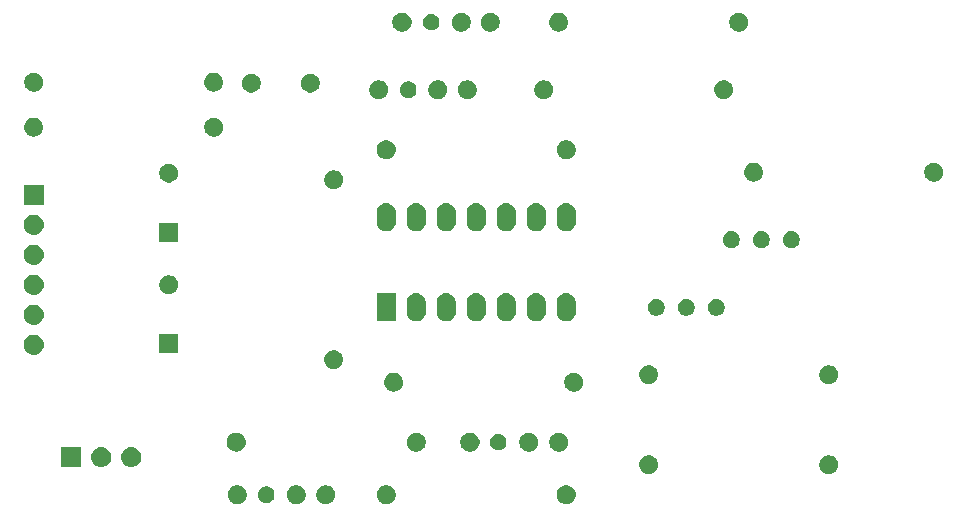
<source format=gbr>
G04 #@! TF.GenerationSoftware,KiCad,Pcbnew,(5.0.1)-4*
G04 #@! TF.CreationDate,2023-12-05T15:07:33+01:00*
G04 #@! TF.ProjectId,AetS_Spectrum_1way,416574535F537065637472756D5F3177,rev?*
G04 #@! TF.SameCoordinates,Original*
G04 #@! TF.FileFunction,Soldermask,Bot*
G04 #@! TF.FilePolarity,Negative*
%FSLAX46Y46*%
G04 Gerber Fmt 4.6, Leading zero omitted, Abs format (unit mm)*
G04 Created by KiCad (PCBNEW (5.0.1)-4) date 05/12/2023 15:07:33*
%MOMM*%
%LPD*%
G01*
G04 APERTURE LIST*
%ADD10C,0.100000*%
G04 APERTURE END LIST*
D10*
G36*
X186883352Y-76065743D02*
X187028941Y-76126048D01*
X187159973Y-76213601D01*
X187271399Y-76325027D01*
X187358952Y-76456059D01*
X187419257Y-76601648D01*
X187450000Y-76756205D01*
X187450000Y-76913795D01*
X187419257Y-77068352D01*
X187358952Y-77213941D01*
X187271399Y-77344973D01*
X187159973Y-77456399D01*
X187028941Y-77543952D01*
X186883352Y-77604257D01*
X186728795Y-77635000D01*
X186571205Y-77635000D01*
X186416648Y-77604257D01*
X186271059Y-77543952D01*
X186140027Y-77456399D01*
X186028601Y-77344973D01*
X185941048Y-77213941D01*
X185880743Y-77068352D01*
X185850000Y-76913795D01*
X185850000Y-76756205D01*
X185880743Y-76601648D01*
X185941048Y-76456059D01*
X186028601Y-76325027D01*
X186140027Y-76213601D01*
X186271059Y-76126048D01*
X186416648Y-76065743D01*
X186571205Y-76035000D01*
X186728795Y-76035000D01*
X186883352Y-76065743D01*
X186883352Y-76065743D01*
G37*
G36*
X192003352Y-76065743D02*
X192148941Y-76126048D01*
X192279973Y-76213601D01*
X192391399Y-76325027D01*
X192478952Y-76456059D01*
X192539257Y-76601648D01*
X192570000Y-76756205D01*
X192570000Y-76913795D01*
X192539257Y-77068352D01*
X192478952Y-77213941D01*
X192391399Y-77344973D01*
X192279973Y-77456399D01*
X192148941Y-77543952D01*
X192003352Y-77604257D01*
X191848795Y-77635000D01*
X191691205Y-77635000D01*
X191536648Y-77604257D01*
X191391059Y-77543952D01*
X191260027Y-77456399D01*
X191148601Y-77344973D01*
X191061048Y-77213941D01*
X191000743Y-77068352D01*
X190970000Y-76913795D01*
X190970000Y-76756205D01*
X191000743Y-76601648D01*
X191061048Y-76456059D01*
X191148601Y-76325027D01*
X191260027Y-76213601D01*
X191391059Y-76126048D01*
X191536648Y-76065743D01*
X191691205Y-76035000D01*
X191848795Y-76035000D01*
X192003352Y-76065743D01*
X192003352Y-76065743D01*
G37*
G36*
X207127649Y-76042717D02*
X207166827Y-76046576D01*
X207230012Y-76065743D01*
X207317629Y-76092321D01*
X207456608Y-76166608D01*
X207578422Y-76266578D01*
X207678392Y-76388392D01*
X207752679Y-76527371D01*
X207798424Y-76678174D01*
X207813870Y-76835000D01*
X207798424Y-76991826D01*
X207752679Y-77142629D01*
X207678392Y-77281608D01*
X207578422Y-77403422D01*
X207456608Y-77503392D01*
X207317629Y-77577679D01*
X207242228Y-77600551D01*
X207166827Y-77623424D01*
X207127649Y-77627283D01*
X207049295Y-77635000D01*
X206970705Y-77635000D01*
X206892351Y-77627283D01*
X206853173Y-77623424D01*
X206777772Y-77600551D01*
X206702371Y-77577679D01*
X206563392Y-77503392D01*
X206441578Y-77403422D01*
X206341608Y-77281608D01*
X206267321Y-77142629D01*
X206221576Y-76991826D01*
X206206130Y-76835000D01*
X206221576Y-76678174D01*
X206267321Y-76527371D01*
X206341608Y-76388392D01*
X206441578Y-76266578D01*
X206563392Y-76166608D01*
X206702371Y-76092321D01*
X206789988Y-76065743D01*
X206853173Y-76046576D01*
X206892351Y-76042717D01*
X206970705Y-76035000D01*
X207049295Y-76035000D01*
X207127649Y-76042717D01*
X207127649Y-76042717D01*
G37*
G36*
X184383352Y-76065743D02*
X184528941Y-76126048D01*
X184659973Y-76213601D01*
X184771399Y-76325027D01*
X184858952Y-76456059D01*
X184919257Y-76601648D01*
X184950000Y-76756205D01*
X184950000Y-76913795D01*
X184919257Y-77068352D01*
X184858952Y-77213941D01*
X184771399Y-77344973D01*
X184659973Y-77456399D01*
X184528941Y-77543952D01*
X184383352Y-77604257D01*
X184228795Y-77635000D01*
X184071205Y-77635000D01*
X183916648Y-77604257D01*
X183771059Y-77543952D01*
X183640027Y-77456399D01*
X183528601Y-77344973D01*
X183441048Y-77213941D01*
X183380743Y-77068352D01*
X183350000Y-76913795D01*
X183350000Y-76756205D01*
X183380743Y-76601648D01*
X183441048Y-76456059D01*
X183528601Y-76325027D01*
X183640027Y-76213601D01*
X183771059Y-76126048D01*
X183916648Y-76065743D01*
X184071205Y-76035000D01*
X184228795Y-76035000D01*
X184383352Y-76065743D01*
X184383352Y-76065743D01*
G37*
G36*
X179383352Y-76065743D02*
X179528941Y-76126048D01*
X179659973Y-76213601D01*
X179771399Y-76325027D01*
X179858952Y-76456059D01*
X179919257Y-76601648D01*
X179950000Y-76756205D01*
X179950000Y-76913795D01*
X179919257Y-77068352D01*
X179858952Y-77213941D01*
X179771399Y-77344973D01*
X179659973Y-77456399D01*
X179528941Y-77543952D01*
X179383352Y-77604257D01*
X179228795Y-77635000D01*
X179071205Y-77635000D01*
X178916648Y-77604257D01*
X178771059Y-77543952D01*
X178640027Y-77456399D01*
X178528601Y-77344973D01*
X178441048Y-77213941D01*
X178380743Y-77068352D01*
X178350000Y-76913795D01*
X178350000Y-76756205D01*
X178380743Y-76601648D01*
X178441048Y-76456059D01*
X178528601Y-76325027D01*
X178640027Y-76213601D01*
X178771059Y-76126048D01*
X178916648Y-76065743D01*
X179071205Y-76035000D01*
X179228795Y-76035000D01*
X179383352Y-76065743D01*
X179383352Y-76065743D01*
G37*
G36*
X181814183Y-76161900D02*
X181941574Y-76214668D01*
X182056225Y-76291275D01*
X182153725Y-76388775D01*
X182230332Y-76503426D01*
X182283100Y-76630817D01*
X182310000Y-76766055D01*
X182310000Y-76903945D01*
X182283100Y-77039183D01*
X182230332Y-77166574D01*
X182153725Y-77281225D01*
X182056225Y-77378725D01*
X181941574Y-77455332D01*
X181814183Y-77508100D01*
X181678945Y-77535000D01*
X181541055Y-77535000D01*
X181405817Y-77508100D01*
X181278426Y-77455332D01*
X181163775Y-77378725D01*
X181066275Y-77281225D01*
X180989668Y-77166574D01*
X180936900Y-77039183D01*
X180910000Y-76903945D01*
X180910000Y-76766055D01*
X180936900Y-76630817D01*
X180989668Y-76503426D01*
X181066275Y-76388775D01*
X181163775Y-76291275D01*
X181278426Y-76214668D01*
X181405817Y-76161900D01*
X181541055Y-76135000D01*
X181678945Y-76135000D01*
X181814183Y-76161900D01*
X181814183Y-76161900D01*
G37*
G36*
X214112649Y-73502717D02*
X214151827Y-73506576D01*
X214215012Y-73525743D01*
X214302629Y-73552321D01*
X214441608Y-73626608D01*
X214563422Y-73726578D01*
X214663392Y-73848392D01*
X214737679Y-73987371D01*
X214737679Y-73987372D01*
X214783424Y-74138173D01*
X214798870Y-74295000D01*
X214783424Y-74451827D01*
X214769508Y-74497701D01*
X214737679Y-74602629D01*
X214663392Y-74741608D01*
X214563422Y-74863422D01*
X214441608Y-74963392D01*
X214302629Y-75037679D01*
X214227227Y-75060552D01*
X214151827Y-75083424D01*
X214112649Y-75087283D01*
X214034295Y-75095000D01*
X213955705Y-75095000D01*
X213877351Y-75087283D01*
X213838173Y-75083424D01*
X213762773Y-75060552D01*
X213687371Y-75037679D01*
X213548392Y-74963392D01*
X213426578Y-74863422D01*
X213326608Y-74741608D01*
X213252321Y-74602629D01*
X213220492Y-74497701D01*
X213206576Y-74451827D01*
X213191130Y-74295000D01*
X213206576Y-74138173D01*
X213252321Y-73987372D01*
X213252321Y-73987371D01*
X213326608Y-73848392D01*
X213426578Y-73726578D01*
X213548392Y-73626608D01*
X213687371Y-73552321D01*
X213774988Y-73525743D01*
X213838173Y-73506576D01*
X213877351Y-73502717D01*
X213955705Y-73495000D01*
X214034295Y-73495000D01*
X214112649Y-73502717D01*
X214112649Y-73502717D01*
G37*
G36*
X229468352Y-73525743D02*
X229613941Y-73586048D01*
X229744973Y-73673601D01*
X229856399Y-73785027D01*
X229943952Y-73916059D01*
X230004257Y-74061648D01*
X230035000Y-74216205D01*
X230035000Y-74373795D01*
X230004257Y-74528352D01*
X229943952Y-74673941D01*
X229856399Y-74804973D01*
X229744973Y-74916399D01*
X229613941Y-75003952D01*
X229468352Y-75064257D01*
X229313795Y-75095000D01*
X229156205Y-75095000D01*
X229001648Y-75064257D01*
X228856059Y-75003952D01*
X228725027Y-74916399D01*
X228613601Y-74804973D01*
X228526048Y-74673941D01*
X228465743Y-74528352D01*
X228435000Y-74373795D01*
X228435000Y-74216205D01*
X228465743Y-74061648D01*
X228526048Y-73916059D01*
X228613601Y-73785027D01*
X228725027Y-73673601D01*
X228856059Y-73586048D01*
X229001648Y-73525743D01*
X229156205Y-73495000D01*
X229313795Y-73495000D01*
X229468352Y-73525743D01*
X229468352Y-73525743D01*
G37*
G36*
X170346630Y-72822299D02*
X170506855Y-72870903D01*
X170654520Y-72949831D01*
X170783949Y-73056051D01*
X170890169Y-73185480D01*
X170969097Y-73333145D01*
X171017701Y-73493370D01*
X171034112Y-73660000D01*
X171017701Y-73826630D01*
X170969097Y-73986855D01*
X170890169Y-74134520D01*
X170783949Y-74263949D01*
X170654520Y-74370169D01*
X170506855Y-74449097D01*
X170346630Y-74497701D01*
X170221752Y-74510000D01*
X170138248Y-74510000D01*
X170013370Y-74497701D01*
X169853145Y-74449097D01*
X169705480Y-74370169D01*
X169576051Y-74263949D01*
X169469831Y-74134520D01*
X169390903Y-73986855D01*
X169342299Y-73826630D01*
X169325888Y-73660000D01*
X169342299Y-73493370D01*
X169390903Y-73333145D01*
X169469831Y-73185480D01*
X169576051Y-73056051D01*
X169705480Y-72949831D01*
X169853145Y-72870903D01*
X170013370Y-72822299D01*
X170138248Y-72810000D01*
X170221752Y-72810000D01*
X170346630Y-72822299D01*
X170346630Y-72822299D01*
G37*
G36*
X165950000Y-74510000D02*
X164250000Y-74510000D01*
X164250000Y-72810000D01*
X165950000Y-72810000D01*
X165950000Y-74510000D01*
X165950000Y-74510000D01*
G37*
G36*
X167806630Y-72822299D02*
X167966855Y-72870903D01*
X168114520Y-72949831D01*
X168243949Y-73056051D01*
X168350169Y-73185480D01*
X168429097Y-73333145D01*
X168477701Y-73493370D01*
X168494112Y-73660000D01*
X168477701Y-73826630D01*
X168429097Y-73986855D01*
X168350169Y-74134520D01*
X168243949Y-74263949D01*
X168114520Y-74370169D01*
X167966855Y-74449097D01*
X167806630Y-74497701D01*
X167681752Y-74510000D01*
X167598248Y-74510000D01*
X167473370Y-74497701D01*
X167313145Y-74449097D01*
X167165480Y-74370169D01*
X167036051Y-74263949D01*
X166929831Y-74134520D01*
X166850903Y-73986855D01*
X166802299Y-73826630D01*
X166785888Y-73660000D01*
X166802299Y-73493370D01*
X166850903Y-73333145D01*
X166929831Y-73185480D01*
X167036051Y-73056051D01*
X167165480Y-72949831D01*
X167313145Y-72870903D01*
X167473370Y-72822299D01*
X167598248Y-72810000D01*
X167681752Y-72810000D01*
X167806630Y-72822299D01*
X167806630Y-72822299D01*
G37*
G36*
X206608352Y-71620743D02*
X206753941Y-71681048D01*
X206884973Y-71768601D01*
X206996399Y-71880027D01*
X207083952Y-72011059D01*
X207144257Y-72156648D01*
X207175000Y-72311205D01*
X207175000Y-72468795D01*
X207144257Y-72623352D01*
X207083952Y-72768941D01*
X206996399Y-72899973D01*
X206884973Y-73011399D01*
X206753941Y-73098952D01*
X206608352Y-73159257D01*
X206453795Y-73190000D01*
X206296205Y-73190000D01*
X206141648Y-73159257D01*
X205996059Y-73098952D01*
X205865027Y-73011399D01*
X205753601Y-72899973D01*
X205666048Y-72768941D01*
X205605743Y-72623352D01*
X205575000Y-72468795D01*
X205575000Y-72311205D01*
X205605743Y-72156648D01*
X205666048Y-72011059D01*
X205753601Y-71880027D01*
X205865027Y-71768601D01*
X205996059Y-71681048D01*
X206141648Y-71620743D01*
X206296205Y-71590000D01*
X206453795Y-71590000D01*
X206608352Y-71620743D01*
X206608352Y-71620743D01*
G37*
G36*
X204068352Y-71620743D02*
X204213941Y-71681048D01*
X204344973Y-71768601D01*
X204456399Y-71880027D01*
X204543952Y-72011059D01*
X204604257Y-72156648D01*
X204635000Y-72311205D01*
X204635000Y-72468795D01*
X204604257Y-72623352D01*
X204543952Y-72768941D01*
X204456399Y-72899973D01*
X204344973Y-73011399D01*
X204213941Y-73098952D01*
X204068352Y-73159257D01*
X203913795Y-73190000D01*
X203756205Y-73190000D01*
X203601648Y-73159257D01*
X203456059Y-73098952D01*
X203325027Y-73011399D01*
X203213601Y-72899973D01*
X203126048Y-72768941D01*
X203065743Y-72623352D01*
X203035000Y-72468795D01*
X203035000Y-72311205D01*
X203065743Y-72156648D01*
X203126048Y-72011059D01*
X203213601Y-71880027D01*
X203325027Y-71768601D01*
X203456059Y-71681048D01*
X203601648Y-71620743D01*
X203756205Y-71590000D01*
X203913795Y-71590000D01*
X204068352Y-71620743D01*
X204068352Y-71620743D01*
G37*
G36*
X199108352Y-71620743D02*
X199253941Y-71681048D01*
X199384973Y-71768601D01*
X199496399Y-71880027D01*
X199583952Y-72011059D01*
X199644257Y-72156648D01*
X199675000Y-72311205D01*
X199675000Y-72468795D01*
X199644257Y-72623352D01*
X199583952Y-72768941D01*
X199496399Y-72899973D01*
X199384973Y-73011399D01*
X199253941Y-73098952D01*
X199108352Y-73159257D01*
X198953795Y-73190000D01*
X198756205Y-73190000D01*
X198601648Y-73159257D01*
X198456059Y-73098952D01*
X198325027Y-73011399D01*
X198213601Y-72899973D01*
X198126048Y-72768941D01*
X198065743Y-72623352D01*
X198035000Y-72468795D01*
X198035000Y-72311205D01*
X198065743Y-72156648D01*
X198126048Y-72011059D01*
X198213601Y-71880027D01*
X198325027Y-71768601D01*
X198456059Y-71681048D01*
X198601648Y-71620743D01*
X198756205Y-71590000D01*
X198953795Y-71590000D01*
X199108352Y-71620743D01*
X199108352Y-71620743D01*
G37*
G36*
X179187649Y-71597717D02*
X179226827Y-71601576D01*
X179290012Y-71620743D01*
X179377629Y-71647321D01*
X179516608Y-71721608D01*
X179638422Y-71821578D01*
X179738392Y-71943392D01*
X179812679Y-72082371D01*
X179858424Y-72233174D01*
X179873870Y-72390000D01*
X179858424Y-72546826D01*
X179812679Y-72697629D01*
X179738392Y-72836608D01*
X179638422Y-72958422D01*
X179516608Y-73058392D01*
X179377629Y-73132679D01*
X179302228Y-73155551D01*
X179226827Y-73178424D01*
X179187649Y-73182283D01*
X179109295Y-73190000D01*
X179030705Y-73190000D01*
X178952351Y-73182283D01*
X178913173Y-73178424D01*
X178837772Y-73155551D01*
X178762371Y-73132679D01*
X178623392Y-73058392D01*
X178501578Y-72958422D01*
X178401608Y-72836608D01*
X178327321Y-72697629D01*
X178281576Y-72546826D01*
X178266130Y-72390000D01*
X178281576Y-72233174D01*
X178327321Y-72082371D01*
X178401608Y-71943392D01*
X178501578Y-71821578D01*
X178623392Y-71721608D01*
X178762371Y-71647321D01*
X178849988Y-71620743D01*
X178913173Y-71601576D01*
X178952351Y-71597717D01*
X179030705Y-71590000D01*
X179109295Y-71590000D01*
X179187649Y-71597717D01*
X179187649Y-71597717D01*
G37*
G36*
X194543352Y-71620743D02*
X194688941Y-71681048D01*
X194819973Y-71768601D01*
X194931399Y-71880027D01*
X195018952Y-72011059D01*
X195079257Y-72156648D01*
X195110000Y-72311205D01*
X195110000Y-72468795D01*
X195079257Y-72623352D01*
X195018952Y-72768941D01*
X194931399Y-72899973D01*
X194819973Y-73011399D01*
X194688941Y-73098952D01*
X194543352Y-73159257D01*
X194388795Y-73190000D01*
X194231205Y-73190000D01*
X194076648Y-73159257D01*
X193931059Y-73098952D01*
X193800027Y-73011399D01*
X193688601Y-72899973D01*
X193601048Y-72768941D01*
X193540743Y-72623352D01*
X193510000Y-72468795D01*
X193510000Y-72311205D01*
X193540743Y-72156648D01*
X193601048Y-72011059D01*
X193688601Y-71880027D01*
X193800027Y-71768601D01*
X193931059Y-71681048D01*
X194076648Y-71620743D01*
X194231205Y-71590000D01*
X194388795Y-71590000D01*
X194543352Y-71620743D01*
X194543352Y-71620743D01*
G37*
G36*
X201459183Y-71716900D02*
X201586574Y-71769668D01*
X201701225Y-71846275D01*
X201798725Y-71943775D01*
X201875332Y-72058426D01*
X201928100Y-72185817D01*
X201955000Y-72321055D01*
X201955000Y-72458945D01*
X201928100Y-72594183D01*
X201875332Y-72721574D01*
X201808030Y-72822300D01*
X201798725Y-72836225D01*
X201701225Y-72933725D01*
X201586574Y-73010332D01*
X201459183Y-73063100D01*
X201323945Y-73090000D01*
X201186055Y-73090000D01*
X201050817Y-73063100D01*
X200923426Y-73010332D01*
X200808775Y-72933725D01*
X200711275Y-72836225D01*
X200701971Y-72822300D01*
X200634668Y-72721574D01*
X200581900Y-72594183D01*
X200555000Y-72458945D01*
X200555000Y-72321055D01*
X200581900Y-72185817D01*
X200634668Y-72058426D01*
X200711275Y-71943775D01*
X200808775Y-71846275D01*
X200923426Y-71769668D01*
X201050817Y-71716900D01*
X201186055Y-71690000D01*
X201323945Y-71690000D01*
X201459183Y-71716900D01*
X201459183Y-71716900D01*
G37*
G36*
X207878352Y-66540743D02*
X208023941Y-66601048D01*
X208154973Y-66688601D01*
X208266399Y-66800027D01*
X208353952Y-66931059D01*
X208414257Y-67076648D01*
X208445000Y-67231205D01*
X208445000Y-67388795D01*
X208414257Y-67543352D01*
X208353952Y-67688941D01*
X208266399Y-67819973D01*
X208154973Y-67931399D01*
X208023941Y-68018952D01*
X207878352Y-68079257D01*
X207723795Y-68110000D01*
X207566205Y-68110000D01*
X207411648Y-68079257D01*
X207266059Y-68018952D01*
X207135027Y-67931399D01*
X207023601Y-67819973D01*
X206936048Y-67688941D01*
X206875743Y-67543352D01*
X206845000Y-67388795D01*
X206845000Y-67231205D01*
X206875743Y-67076648D01*
X206936048Y-66931059D01*
X207023601Y-66800027D01*
X207135027Y-66688601D01*
X207266059Y-66601048D01*
X207411648Y-66540743D01*
X207566205Y-66510000D01*
X207723795Y-66510000D01*
X207878352Y-66540743D01*
X207878352Y-66540743D01*
G37*
G36*
X192522649Y-66517717D02*
X192561827Y-66521576D01*
X192625012Y-66540743D01*
X192712629Y-66567321D01*
X192851608Y-66641608D01*
X192973422Y-66741578D01*
X193073392Y-66863392D01*
X193147679Y-67002371D01*
X193147679Y-67002372D01*
X193193424Y-67153173D01*
X193208870Y-67310000D01*
X193193424Y-67466827D01*
X193170552Y-67542227D01*
X193147679Y-67617629D01*
X193073392Y-67756608D01*
X192973422Y-67878422D01*
X192851608Y-67978392D01*
X192712629Y-68052679D01*
X192637227Y-68075552D01*
X192561827Y-68098424D01*
X192522649Y-68102283D01*
X192444295Y-68110000D01*
X192365705Y-68110000D01*
X192287351Y-68102283D01*
X192248173Y-68098424D01*
X192172773Y-68075552D01*
X192097371Y-68052679D01*
X191958392Y-67978392D01*
X191836578Y-67878422D01*
X191736608Y-67756608D01*
X191662321Y-67617629D01*
X191639448Y-67542227D01*
X191616576Y-67466827D01*
X191601130Y-67310000D01*
X191616576Y-67153173D01*
X191662321Y-67002372D01*
X191662321Y-67002371D01*
X191736608Y-66863392D01*
X191836578Y-66741578D01*
X191958392Y-66641608D01*
X192097371Y-66567321D01*
X192184988Y-66540743D01*
X192248173Y-66521576D01*
X192287351Y-66517717D01*
X192365705Y-66510000D01*
X192444295Y-66510000D01*
X192522649Y-66517717D01*
X192522649Y-66517717D01*
G37*
G36*
X214112649Y-65882717D02*
X214151827Y-65886576D01*
X214215012Y-65905743D01*
X214302629Y-65932321D01*
X214441608Y-66006608D01*
X214563422Y-66106578D01*
X214663392Y-66228392D01*
X214737679Y-66367371D01*
X214737679Y-66367372D01*
X214783424Y-66518173D01*
X214795581Y-66641607D01*
X214798870Y-66675000D01*
X214783424Y-66831826D01*
X214737679Y-66982629D01*
X214663392Y-67121608D01*
X214563422Y-67243422D01*
X214441608Y-67343392D01*
X214302629Y-67417679D01*
X214227228Y-67440551D01*
X214151827Y-67463424D01*
X214117286Y-67466826D01*
X214034295Y-67475000D01*
X213955705Y-67475000D01*
X213872714Y-67466826D01*
X213838173Y-67463424D01*
X213762773Y-67440552D01*
X213687371Y-67417679D01*
X213548392Y-67343392D01*
X213426578Y-67243422D01*
X213326608Y-67121608D01*
X213252321Y-66982629D01*
X213206576Y-66831826D01*
X213191130Y-66675000D01*
X213194419Y-66641607D01*
X213206576Y-66518173D01*
X213252321Y-66367372D01*
X213252321Y-66367371D01*
X213326608Y-66228392D01*
X213426578Y-66106578D01*
X213548392Y-66006608D01*
X213687371Y-65932321D01*
X213774988Y-65905743D01*
X213838173Y-65886576D01*
X213877351Y-65882717D01*
X213955705Y-65875000D01*
X214034295Y-65875000D01*
X214112649Y-65882717D01*
X214112649Y-65882717D01*
G37*
G36*
X229468352Y-65905743D02*
X229613941Y-65966048D01*
X229744973Y-66053601D01*
X229856399Y-66165027D01*
X229943952Y-66296059D01*
X230004257Y-66441648D01*
X230035000Y-66596205D01*
X230035000Y-66753795D01*
X230004257Y-66908352D01*
X229943952Y-67053941D01*
X229856399Y-67184973D01*
X229744973Y-67296399D01*
X229613941Y-67383952D01*
X229468352Y-67444257D01*
X229313795Y-67475000D01*
X229156205Y-67475000D01*
X229001648Y-67444257D01*
X228856059Y-67383952D01*
X228725027Y-67296399D01*
X228613601Y-67184973D01*
X228526048Y-67053941D01*
X228465743Y-66908352D01*
X228435000Y-66753795D01*
X228435000Y-66596205D01*
X228465743Y-66441648D01*
X228526048Y-66296059D01*
X228613601Y-66165027D01*
X228725027Y-66053601D01*
X228856059Y-65966048D01*
X229001648Y-65905743D01*
X229156205Y-65875000D01*
X229313795Y-65875000D01*
X229468352Y-65905743D01*
X229468352Y-65905743D01*
G37*
G36*
X187442649Y-64612717D02*
X187481827Y-64616576D01*
X187557227Y-64639448D01*
X187632629Y-64662321D01*
X187771608Y-64736608D01*
X187893422Y-64836578D01*
X187993392Y-64958392D01*
X188067679Y-65097371D01*
X188113424Y-65248174D01*
X188128870Y-65405000D01*
X188113424Y-65561826D01*
X188067679Y-65712629D01*
X187993392Y-65851608D01*
X187893422Y-65973422D01*
X187771608Y-66073392D01*
X187632629Y-66147679D01*
X187557228Y-66170551D01*
X187481827Y-66193424D01*
X187442649Y-66197283D01*
X187364295Y-66205000D01*
X187285705Y-66205000D01*
X187207351Y-66197283D01*
X187168173Y-66193424D01*
X187092773Y-66170552D01*
X187017371Y-66147679D01*
X186878392Y-66073392D01*
X186756578Y-65973422D01*
X186656608Y-65851608D01*
X186582321Y-65712629D01*
X186536576Y-65561826D01*
X186521130Y-65405000D01*
X186536576Y-65248174D01*
X186582321Y-65097371D01*
X186656608Y-64958392D01*
X186756578Y-64836578D01*
X186878392Y-64736608D01*
X187017371Y-64662321D01*
X187092773Y-64639448D01*
X187168173Y-64616576D01*
X187207351Y-64612717D01*
X187285705Y-64605000D01*
X187364295Y-64605000D01*
X187442649Y-64612717D01*
X187442649Y-64612717D01*
G37*
G36*
X162091630Y-63297299D02*
X162251855Y-63345903D01*
X162399520Y-63424831D01*
X162528949Y-63531051D01*
X162635169Y-63660480D01*
X162714097Y-63808145D01*
X162762701Y-63968370D01*
X162779112Y-64135000D01*
X162762701Y-64301630D01*
X162714097Y-64461855D01*
X162635169Y-64609520D01*
X162528949Y-64738949D01*
X162399520Y-64845169D01*
X162251855Y-64924097D01*
X162091630Y-64972701D01*
X161966752Y-64985000D01*
X161883248Y-64985000D01*
X161758370Y-64972701D01*
X161598145Y-64924097D01*
X161450480Y-64845169D01*
X161321051Y-64738949D01*
X161214831Y-64609520D01*
X161135903Y-64461855D01*
X161087299Y-64301630D01*
X161070888Y-64135000D01*
X161087299Y-63968370D01*
X161135903Y-63808145D01*
X161214831Y-63660480D01*
X161321051Y-63531051D01*
X161450480Y-63424831D01*
X161598145Y-63345903D01*
X161758370Y-63297299D01*
X161883248Y-63285000D01*
X161966752Y-63285000D01*
X162091630Y-63297299D01*
X162091630Y-63297299D01*
G37*
G36*
X174155000Y-64855000D02*
X172555000Y-64855000D01*
X172555000Y-63255000D01*
X174155000Y-63255000D01*
X174155000Y-64855000D01*
X174155000Y-64855000D01*
G37*
G36*
X162091630Y-60757299D02*
X162251855Y-60805903D01*
X162399520Y-60884831D01*
X162528949Y-60991051D01*
X162635169Y-61120480D01*
X162714097Y-61268145D01*
X162762701Y-61428370D01*
X162779112Y-61595000D01*
X162762701Y-61761630D01*
X162714097Y-61921855D01*
X162635169Y-62069520D01*
X162528949Y-62198949D01*
X162399520Y-62305169D01*
X162251855Y-62384097D01*
X162091630Y-62432701D01*
X161966752Y-62445000D01*
X161883248Y-62445000D01*
X161758370Y-62432701D01*
X161598145Y-62384097D01*
X161450480Y-62305169D01*
X161321051Y-62198949D01*
X161214831Y-62069520D01*
X161135903Y-61921855D01*
X161087299Y-61761630D01*
X161070888Y-61595000D01*
X161087299Y-61428370D01*
X161135903Y-61268145D01*
X161214831Y-61120480D01*
X161321051Y-60991051D01*
X161450480Y-60884831D01*
X161598145Y-60805903D01*
X161758370Y-60757299D01*
X161883248Y-60745000D01*
X161966752Y-60745000D01*
X162091630Y-60757299D01*
X162091630Y-60757299D01*
G37*
G36*
X199546826Y-59771576D02*
X199622226Y-59794448D01*
X199697628Y-59817321D01*
X199836604Y-59891606D01*
X199836606Y-59891607D01*
X199836605Y-59891607D01*
X199958422Y-59991578D01*
X199958423Y-59991580D01*
X199958425Y-59991581D01*
X200058392Y-60113392D01*
X200132679Y-60252371D01*
X200153783Y-60321944D01*
X200178424Y-60403173D01*
X200190000Y-60520707D01*
X200190000Y-61399293D01*
X200178424Y-61516827D01*
X200155552Y-61592227D01*
X200132679Y-61667629D01*
X200058392Y-61806608D01*
X199958422Y-61928422D01*
X199836608Y-62028392D01*
X199697629Y-62102679D01*
X199622227Y-62125552D01*
X199546827Y-62148424D01*
X199390000Y-62163870D01*
X199233174Y-62148424D01*
X199157774Y-62125552D01*
X199082372Y-62102679D01*
X198943393Y-62028392D01*
X198821579Y-61928422D01*
X198721609Y-61806608D01*
X198647322Y-61667629D01*
X198624449Y-61592227D01*
X198601577Y-61516827D01*
X198590000Y-61399293D01*
X198590000Y-60520708D01*
X198591939Y-60501025D01*
X198601576Y-60403175D01*
X198601577Y-60403173D01*
X198647321Y-60252373D01*
X198647321Y-60252372D01*
X198721606Y-60113396D01*
X198821576Y-59991581D01*
X198821578Y-59991578D01*
X198821580Y-59991577D01*
X198821581Y-59991575D01*
X198943392Y-59891608D01*
X199082371Y-59817321D01*
X199157772Y-59794449D01*
X199233173Y-59771576D01*
X199390000Y-59756130D01*
X199546826Y-59771576D01*
X199546826Y-59771576D01*
G37*
G36*
X197006826Y-59771576D02*
X197082226Y-59794448D01*
X197157628Y-59817321D01*
X197296604Y-59891606D01*
X197296606Y-59891607D01*
X197296605Y-59891607D01*
X197418422Y-59991578D01*
X197418423Y-59991580D01*
X197418425Y-59991581D01*
X197518392Y-60113392D01*
X197592679Y-60252371D01*
X197613783Y-60321944D01*
X197638424Y-60403173D01*
X197650000Y-60520707D01*
X197650000Y-61399293D01*
X197638424Y-61516827D01*
X197615552Y-61592227D01*
X197592679Y-61667629D01*
X197518392Y-61806608D01*
X197418422Y-61928422D01*
X197296608Y-62028392D01*
X197157629Y-62102679D01*
X197082227Y-62125552D01*
X197006827Y-62148424D01*
X196850000Y-62163870D01*
X196693174Y-62148424D01*
X196617774Y-62125552D01*
X196542372Y-62102679D01*
X196403393Y-62028392D01*
X196281579Y-61928422D01*
X196181609Y-61806608D01*
X196107322Y-61667629D01*
X196084449Y-61592227D01*
X196061577Y-61516827D01*
X196050000Y-61399293D01*
X196050000Y-60520708D01*
X196051939Y-60501025D01*
X196061576Y-60403175D01*
X196061577Y-60403173D01*
X196107321Y-60252373D01*
X196107321Y-60252372D01*
X196181606Y-60113396D01*
X196281576Y-59991581D01*
X196281578Y-59991578D01*
X196281580Y-59991577D01*
X196281581Y-59991575D01*
X196403392Y-59891608D01*
X196542371Y-59817321D01*
X196617772Y-59794449D01*
X196693173Y-59771576D01*
X196850000Y-59756130D01*
X197006826Y-59771576D01*
X197006826Y-59771576D01*
G37*
G36*
X202086826Y-59771576D02*
X202162226Y-59794448D01*
X202237628Y-59817321D01*
X202376604Y-59891606D01*
X202376606Y-59891607D01*
X202376605Y-59891607D01*
X202498422Y-59991578D01*
X202498423Y-59991580D01*
X202498425Y-59991581D01*
X202598392Y-60113392D01*
X202672679Y-60252371D01*
X202693783Y-60321944D01*
X202718424Y-60403173D01*
X202730000Y-60520707D01*
X202730000Y-61399293D01*
X202718424Y-61516827D01*
X202695552Y-61592227D01*
X202672679Y-61667629D01*
X202598392Y-61806608D01*
X202498422Y-61928422D01*
X202376608Y-62028392D01*
X202237629Y-62102679D01*
X202162227Y-62125552D01*
X202086827Y-62148424D01*
X201930000Y-62163870D01*
X201773174Y-62148424D01*
X201697774Y-62125552D01*
X201622372Y-62102679D01*
X201483393Y-62028392D01*
X201361579Y-61928422D01*
X201261609Y-61806608D01*
X201187322Y-61667629D01*
X201164449Y-61592227D01*
X201141577Y-61516827D01*
X201130000Y-61399293D01*
X201130000Y-60520708D01*
X201131939Y-60501025D01*
X201141576Y-60403175D01*
X201141577Y-60403173D01*
X201187321Y-60252373D01*
X201187321Y-60252372D01*
X201261606Y-60113396D01*
X201361576Y-59991581D01*
X201361578Y-59991578D01*
X201361580Y-59991577D01*
X201361581Y-59991575D01*
X201483392Y-59891608D01*
X201622371Y-59817321D01*
X201697772Y-59794449D01*
X201773173Y-59771576D01*
X201930000Y-59756130D01*
X202086826Y-59771576D01*
X202086826Y-59771576D01*
G37*
G36*
X204626826Y-59771576D02*
X204702226Y-59794448D01*
X204777628Y-59817321D01*
X204916604Y-59891606D01*
X204916606Y-59891607D01*
X204916605Y-59891607D01*
X205038422Y-59991578D01*
X205038423Y-59991580D01*
X205038425Y-59991581D01*
X205138392Y-60113392D01*
X205212679Y-60252371D01*
X205233783Y-60321944D01*
X205258424Y-60403173D01*
X205270000Y-60520707D01*
X205270000Y-61399293D01*
X205258424Y-61516827D01*
X205235552Y-61592227D01*
X205212679Y-61667629D01*
X205138392Y-61806608D01*
X205038422Y-61928422D01*
X204916608Y-62028392D01*
X204777629Y-62102679D01*
X204702227Y-62125552D01*
X204626827Y-62148424D01*
X204470000Y-62163870D01*
X204313174Y-62148424D01*
X204237774Y-62125552D01*
X204162372Y-62102679D01*
X204023393Y-62028392D01*
X203901579Y-61928422D01*
X203801609Y-61806608D01*
X203727322Y-61667629D01*
X203704449Y-61592227D01*
X203681577Y-61516827D01*
X203670000Y-61399293D01*
X203670000Y-60520708D01*
X203671939Y-60501025D01*
X203681576Y-60403175D01*
X203681577Y-60403173D01*
X203727321Y-60252373D01*
X203727321Y-60252372D01*
X203801606Y-60113396D01*
X203901576Y-59991581D01*
X203901578Y-59991578D01*
X203901580Y-59991577D01*
X203901581Y-59991575D01*
X204023392Y-59891608D01*
X204162371Y-59817321D01*
X204237772Y-59794449D01*
X204313173Y-59771576D01*
X204470000Y-59756130D01*
X204626826Y-59771576D01*
X204626826Y-59771576D01*
G37*
G36*
X207166826Y-59771576D02*
X207242226Y-59794448D01*
X207317628Y-59817321D01*
X207456604Y-59891606D01*
X207456606Y-59891607D01*
X207456605Y-59891607D01*
X207578422Y-59991578D01*
X207578423Y-59991580D01*
X207578425Y-59991581D01*
X207678392Y-60113392D01*
X207752679Y-60252371D01*
X207773783Y-60321944D01*
X207798424Y-60403173D01*
X207810000Y-60520707D01*
X207810000Y-61399293D01*
X207798424Y-61516827D01*
X207775552Y-61592227D01*
X207752679Y-61667629D01*
X207678392Y-61806608D01*
X207578422Y-61928422D01*
X207456608Y-62028392D01*
X207317629Y-62102679D01*
X207242227Y-62125552D01*
X207166827Y-62148424D01*
X207010000Y-62163870D01*
X206853174Y-62148424D01*
X206777774Y-62125552D01*
X206702372Y-62102679D01*
X206563393Y-62028392D01*
X206441579Y-61928422D01*
X206341609Y-61806608D01*
X206267322Y-61667629D01*
X206244449Y-61592227D01*
X206221577Y-61516827D01*
X206210000Y-61399293D01*
X206210000Y-60520708D01*
X206211939Y-60501025D01*
X206221576Y-60403175D01*
X206221577Y-60403173D01*
X206267321Y-60252373D01*
X206267321Y-60252372D01*
X206341606Y-60113396D01*
X206441576Y-59991581D01*
X206441578Y-59991578D01*
X206441580Y-59991577D01*
X206441581Y-59991575D01*
X206563392Y-59891608D01*
X206702371Y-59817321D01*
X206777772Y-59794449D01*
X206853173Y-59771576D01*
X207010000Y-59756130D01*
X207166826Y-59771576D01*
X207166826Y-59771576D01*
G37*
G36*
X194466826Y-59771576D02*
X194542226Y-59794448D01*
X194617628Y-59817321D01*
X194756604Y-59891606D01*
X194756606Y-59891607D01*
X194756605Y-59891607D01*
X194878422Y-59991578D01*
X194878423Y-59991580D01*
X194878425Y-59991581D01*
X194978392Y-60113392D01*
X195052679Y-60252371D01*
X195073783Y-60321944D01*
X195098424Y-60403173D01*
X195110000Y-60520707D01*
X195110000Y-61399293D01*
X195098424Y-61516827D01*
X195075552Y-61592227D01*
X195052679Y-61667629D01*
X194978392Y-61806608D01*
X194878422Y-61928422D01*
X194756608Y-62028392D01*
X194617629Y-62102679D01*
X194542227Y-62125552D01*
X194466827Y-62148424D01*
X194310000Y-62163870D01*
X194153174Y-62148424D01*
X194077774Y-62125552D01*
X194002372Y-62102679D01*
X193863393Y-62028392D01*
X193741579Y-61928422D01*
X193641609Y-61806608D01*
X193567322Y-61667629D01*
X193544449Y-61592227D01*
X193521577Y-61516827D01*
X193510000Y-61399293D01*
X193510000Y-60520708D01*
X193511939Y-60501025D01*
X193521576Y-60403175D01*
X193521577Y-60403173D01*
X193567321Y-60252373D01*
X193567321Y-60252372D01*
X193641606Y-60113396D01*
X193741576Y-59991581D01*
X193741578Y-59991578D01*
X193741580Y-59991577D01*
X193741581Y-59991575D01*
X193863392Y-59891608D01*
X194002371Y-59817321D01*
X194077772Y-59794449D01*
X194153173Y-59771576D01*
X194310000Y-59756130D01*
X194466826Y-59771576D01*
X194466826Y-59771576D01*
G37*
G36*
X192570000Y-62160000D02*
X190970000Y-62160000D01*
X190970000Y-59760000D01*
X192570000Y-59760000D01*
X192570000Y-62160000D01*
X192570000Y-62160000D01*
G37*
G36*
X217380015Y-60267668D02*
X217511049Y-60321944D01*
X217628975Y-60400740D01*
X217729260Y-60501025D01*
X217808056Y-60618951D01*
X217862332Y-60749985D01*
X217890000Y-60889085D01*
X217890000Y-61030915D01*
X217862332Y-61170015D01*
X217808056Y-61301049D01*
X217729260Y-61418975D01*
X217628975Y-61519260D01*
X217511049Y-61598056D01*
X217380015Y-61652332D01*
X217240915Y-61680000D01*
X217099085Y-61680000D01*
X216959985Y-61652332D01*
X216828951Y-61598056D01*
X216711025Y-61519260D01*
X216610740Y-61418975D01*
X216531944Y-61301049D01*
X216477668Y-61170015D01*
X216450000Y-61030915D01*
X216450000Y-60889085D01*
X216477668Y-60749985D01*
X216531944Y-60618951D01*
X216610740Y-60501025D01*
X216711025Y-60400740D01*
X216828951Y-60321944D01*
X216959985Y-60267668D01*
X217099085Y-60240000D01*
X217240915Y-60240000D01*
X217380015Y-60267668D01*
X217380015Y-60267668D01*
G37*
G36*
X219920015Y-60267668D02*
X220051049Y-60321944D01*
X220168975Y-60400740D01*
X220269260Y-60501025D01*
X220348056Y-60618951D01*
X220402332Y-60749985D01*
X220430000Y-60889085D01*
X220430000Y-61030915D01*
X220402332Y-61170015D01*
X220348056Y-61301049D01*
X220269260Y-61418975D01*
X220168975Y-61519260D01*
X220051049Y-61598056D01*
X219920015Y-61652332D01*
X219780915Y-61680000D01*
X219639085Y-61680000D01*
X219499985Y-61652332D01*
X219368951Y-61598056D01*
X219251025Y-61519260D01*
X219150740Y-61418975D01*
X219071944Y-61301049D01*
X219017668Y-61170015D01*
X218990000Y-61030915D01*
X218990000Y-60889085D01*
X219017668Y-60749985D01*
X219071944Y-60618951D01*
X219150740Y-60501025D01*
X219251025Y-60400740D01*
X219368951Y-60321944D01*
X219499985Y-60267668D01*
X219639085Y-60240000D01*
X219780915Y-60240000D01*
X219920015Y-60267668D01*
X219920015Y-60267668D01*
G37*
G36*
X214840015Y-60267668D02*
X214971049Y-60321944D01*
X215088975Y-60400740D01*
X215189260Y-60501025D01*
X215268056Y-60618951D01*
X215322332Y-60749985D01*
X215350000Y-60889085D01*
X215350000Y-61030915D01*
X215322332Y-61170015D01*
X215268056Y-61301049D01*
X215189260Y-61418975D01*
X215088975Y-61519260D01*
X214971049Y-61598056D01*
X214840015Y-61652332D01*
X214700915Y-61680000D01*
X214559085Y-61680000D01*
X214419985Y-61652332D01*
X214288951Y-61598056D01*
X214171025Y-61519260D01*
X214070740Y-61418975D01*
X213991944Y-61301049D01*
X213937668Y-61170015D01*
X213910000Y-61030915D01*
X213910000Y-60889085D01*
X213937668Y-60749985D01*
X213991944Y-60618951D01*
X214070740Y-60501025D01*
X214171025Y-60400740D01*
X214288951Y-60321944D01*
X214419985Y-60267668D01*
X214559085Y-60240000D01*
X214700915Y-60240000D01*
X214840015Y-60267668D01*
X214840015Y-60267668D01*
G37*
G36*
X162091630Y-58217299D02*
X162251855Y-58265903D01*
X162399520Y-58344831D01*
X162528949Y-58451051D01*
X162635169Y-58580480D01*
X162714097Y-58728145D01*
X162762701Y-58888370D01*
X162779112Y-59055000D01*
X162762701Y-59221630D01*
X162714097Y-59381855D01*
X162635169Y-59529520D01*
X162528949Y-59658949D01*
X162399520Y-59765169D01*
X162251855Y-59844097D01*
X162091630Y-59892701D01*
X161966752Y-59905000D01*
X161883248Y-59905000D01*
X161758370Y-59892701D01*
X161598145Y-59844097D01*
X161450480Y-59765169D01*
X161321051Y-59658949D01*
X161214831Y-59529520D01*
X161135903Y-59381855D01*
X161087299Y-59221630D01*
X161070888Y-59055000D01*
X161087299Y-58888370D01*
X161135903Y-58728145D01*
X161214831Y-58580480D01*
X161321051Y-58451051D01*
X161450480Y-58344831D01*
X161598145Y-58265903D01*
X161758370Y-58217299D01*
X161883248Y-58205000D01*
X161966752Y-58205000D01*
X162091630Y-58217299D01*
X162091630Y-58217299D01*
G37*
G36*
X173588352Y-58285743D02*
X173733941Y-58346048D01*
X173864973Y-58433601D01*
X173976399Y-58545027D01*
X174063952Y-58676059D01*
X174124257Y-58821648D01*
X174155000Y-58976205D01*
X174155000Y-59133795D01*
X174124257Y-59288352D01*
X174063952Y-59433941D01*
X173976399Y-59564973D01*
X173864973Y-59676399D01*
X173733941Y-59763952D01*
X173588352Y-59824257D01*
X173433795Y-59855000D01*
X173276205Y-59855000D01*
X173121648Y-59824257D01*
X172976059Y-59763952D01*
X172845027Y-59676399D01*
X172733601Y-59564973D01*
X172646048Y-59433941D01*
X172585743Y-59288352D01*
X172555000Y-59133795D01*
X172555000Y-58976205D01*
X172585743Y-58821648D01*
X172646048Y-58676059D01*
X172733601Y-58545027D01*
X172845027Y-58433601D01*
X172976059Y-58346048D01*
X173121648Y-58285743D01*
X173276205Y-58255000D01*
X173433795Y-58255000D01*
X173588352Y-58285743D01*
X173588352Y-58285743D01*
G37*
G36*
X162091630Y-55677299D02*
X162251855Y-55725903D01*
X162399520Y-55804831D01*
X162528949Y-55911051D01*
X162635169Y-56040480D01*
X162714097Y-56188145D01*
X162762701Y-56348370D01*
X162779112Y-56515000D01*
X162762701Y-56681630D01*
X162714097Y-56841855D01*
X162635169Y-56989520D01*
X162528949Y-57118949D01*
X162399520Y-57225169D01*
X162251855Y-57304097D01*
X162091630Y-57352701D01*
X161966752Y-57365000D01*
X161883248Y-57365000D01*
X161758370Y-57352701D01*
X161598145Y-57304097D01*
X161450480Y-57225169D01*
X161321051Y-57118949D01*
X161214831Y-56989520D01*
X161135903Y-56841855D01*
X161087299Y-56681630D01*
X161070888Y-56515000D01*
X161087299Y-56348370D01*
X161135903Y-56188145D01*
X161214831Y-56040480D01*
X161321051Y-55911051D01*
X161450480Y-55804831D01*
X161598145Y-55725903D01*
X161758370Y-55677299D01*
X161883248Y-55665000D01*
X161966752Y-55665000D01*
X162091630Y-55677299D01*
X162091630Y-55677299D01*
G37*
G36*
X223730015Y-54552668D02*
X223861049Y-54606944D01*
X223978975Y-54685740D01*
X224079260Y-54786025D01*
X224158056Y-54903951D01*
X224212332Y-55034985D01*
X224240000Y-55174085D01*
X224240000Y-55315915D01*
X224212332Y-55455015D01*
X224158056Y-55586049D01*
X224079260Y-55703975D01*
X223978975Y-55804260D01*
X223861049Y-55883056D01*
X223730015Y-55937332D01*
X223590915Y-55965000D01*
X223449085Y-55965000D01*
X223309985Y-55937332D01*
X223178951Y-55883056D01*
X223061025Y-55804260D01*
X222960740Y-55703975D01*
X222881944Y-55586049D01*
X222827668Y-55455015D01*
X222800000Y-55315915D01*
X222800000Y-55174085D01*
X222827668Y-55034985D01*
X222881944Y-54903951D01*
X222960740Y-54786025D01*
X223061025Y-54685740D01*
X223178951Y-54606944D01*
X223309985Y-54552668D01*
X223449085Y-54525000D01*
X223590915Y-54525000D01*
X223730015Y-54552668D01*
X223730015Y-54552668D01*
G37*
G36*
X221190015Y-54552668D02*
X221321049Y-54606944D01*
X221438975Y-54685740D01*
X221539260Y-54786025D01*
X221618056Y-54903951D01*
X221672332Y-55034985D01*
X221700000Y-55174085D01*
X221700000Y-55315915D01*
X221672332Y-55455015D01*
X221618056Y-55586049D01*
X221539260Y-55703975D01*
X221438975Y-55804260D01*
X221321049Y-55883056D01*
X221190015Y-55937332D01*
X221050915Y-55965000D01*
X220909085Y-55965000D01*
X220769985Y-55937332D01*
X220638951Y-55883056D01*
X220521025Y-55804260D01*
X220420740Y-55703975D01*
X220341944Y-55586049D01*
X220287668Y-55455015D01*
X220260000Y-55315915D01*
X220260000Y-55174085D01*
X220287668Y-55034985D01*
X220341944Y-54903951D01*
X220420740Y-54786025D01*
X220521025Y-54685740D01*
X220638951Y-54606944D01*
X220769985Y-54552668D01*
X220909085Y-54525000D01*
X221050915Y-54525000D01*
X221190015Y-54552668D01*
X221190015Y-54552668D01*
G37*
G36*
X226270015Y-54552668D02*
X226401049Y-54606944D01*
X226518975Y-54685740D01*
X226619260Y-54786025D01*
X226698056Y-54903951D01*
X226752332Y-55034985D01*
X226780000Y-55174085D01*
X226780000Y-55315915D01*
X226752332Y-55455015D01*
X226698056Y-55586049D01*
X226619260Y-55703975D01*
X226518975Y-55804260D01*
X226401049Y-55883056D01*
X226270015Y-55937332D01*
X226130915Y-55965000D01*
X225989085Y-55965000D01*
X225849985Y-55937332D01*
X225718951Y-55883056D01*
X225601025Y-55804260D01*
X225500740Y-55703975D01*
X225421944Y-55586049D01*
X225367668Y-55455015D01*
X225340000Y-55315915D01*
X225340000Y-55174085D01*
X225367668Y-55034985D01*
X225421944Y-54903951D01*
X225500740Y-54786025D01*
X225601025Y-54685740D01*
X225718951Y-54606944D01*
X225849985Y-54552668D01*
X225989085Y-54525000D01*
X226130915Y-54525000D01*
X226270015Y-54552668D01*
X226270015Y-54552668D01*
G37*
G36*
X174155000Y-55410000D02*
X172555000Y-55410000D01*
X172555000Y-53810000D01*
X174155000Y-53810000D01*
X174155000Y-55410000D01*
X174155000Y-55410000D01*
G37*
G36*
X162091630Y-53137299D02*
X162251855Y-53185903D01*
X162399520Y-53264831D01*
X162528949Y-53371051D01*
X162635169Y-53500480D01*
X162714097Y-53648145D01*
X162762701Y-53808370D01*
X162779112Y-53975000D01*
X162762701Y-54141630D01*
X162714097Y-54301855D01*
X162635169Y-54449520D01*
X162528949Y-54578949D01*
X162399520Y-54685169D01*
X162251855Y-54764097D01*
X162091630Y-54812701D01*
X161966752Y-54825000D01*
X161883248Y-54825000D01*
X161758370Y-54812701D01*
X161598145Y-54764097D01*
X161450480Y-54685169D01*
X161321051Y-54578949D01*
X161214831Y-54449520D01*
X161135903Y-54301855D01*
X161087299Y-54141630D01*
X161070888Y-53975000D01*
X161087299Y-53808370D01*
X161135903Y-53648145D01*
X161214831Y-53500480D01*
X161321051Y-53371051D01*
X161450480Y-53264831D01*
X161598145Y-53185903D01*
X161758370Y-53137299D01*
X161883248Y-53125000D01*
X161966752Y-53125000D01*
X162091630Y-53137299D01*
X162091630Y-53137299D01*
G37*
G36*
X191926826Y-52151576D02*
X192002227Y-52174449D01*
X192077628Y-52197321D01*
X192216604Y-52271606D01*
X192216606Y-52271607D01*
X192216605Y-52271607D01*
X192338422Y-52371578D01*
X192338423Y-52371580D01*
X192338425Y-52371581D01*
X192438392Y-52493392D01*
X192512679Y-52632371D01*
X192558424Y-52783174D01*
X192570000Y-52900705D01*
X192570000Y-53779295D01*
X192558424Y-53896826D01*
X192512679Y-54047629D01*
X192438392Y-54186608D01*
X192338422Y-54308422D01*
X192216608Y-54408392D01*
X192077629Y-54482679D01*
X192002227Y-54505552D01*
X191926827Y-54528424D01*
X191770000Y-54543870D01*
X191613174Y-54528424D01*
X191537774Y-54505552D01*
X191462372Y-54482679D01*
X191323393Y-54408392D01*
X191201579Y-54308422D01*
X191101609Y-54186608D01*
X191027322Y-54047629D01*
X190981577Y-53896826D01*
X190970000Y-53779294D01*
X190970000Y-52900706D01*
X190981576Y-52783175D01*
X190981577Y-52783173D01*
X191027321Y-52632373D01*
X191027321Y-52632372D01*
X191101606Y-52493396D01*
X191201576Y-52371581D01*
X191201578Y-52371578D01*
X191201580Y-52371577D01*
X191201581Y-52371575D01*
X191323392Y-52271608D01*
X191462371Y-52197321D01*
X191537773Y-52174448D01*
X191613173Y-52151576D01*
X191770000Y-52136130D01*
X191926826Y-52151576D01*
X191926826Y-52151576D01*
G37*
G36*
X194466826Y-52151576D02*
X194542227Y-52174449D01*
X194617628Y-52197321D01*
X194756604Y-52271606D01*
X194756606Y-52271607D01*
X194756605Y-52271607D01*
X194878422Y-52371578D01*
X194878423Y-52371580D01*
X194878425Y-52371581D01*
X194978392Y-52493392D01*
X195052679Y-52632371D01*
X195098424Y-52783174D01*
X195110000Y-52900705D01*
X195110000Y-53779295D01*
X195098424Y-53896826D01*
X195052679Y-54047629D01*
X194978392Y-54186608D01*
X194878422Y-54308422D01*
X194756608Y-54408392D01*
X194617629Y-54482679D01*
X194542227Y-54505552D01*
X194466827Y-54528424D01*
X194310000Y-54543870D01*
X194153174Y-54528424D01*
X194077774Y-54505552D01*
X194002372Y-54482679D01*
X193863393Y-54408392D01*
X193741579Y-54308422D01*
X193641609Y-54186608D01*
X193567322Y-54047629D01*
X193521577Y-53896826D01*
X193510000Y-53779294D01*
X193510000Y-52900706D01*
X193521576Y-52783175D01*
X193521577Y-52783173D01*
X193567321Y-52632373D01*
X193567321Y-52632372D01*
X193641606Y-52493396D01*
X193741576Y-52371581D01*
X193741578Y-52371578D01*
X193741580Y-52371577D01*
X193741581Y-52371575D01*
X193863392Y-52271608D01*
X194002371Y-52197321D01*
X194077773Y-52174448D01*
X194153173Y-52151576D01*
X194310000Y-52136130D01*
X194466826Y-52151576D01*
X194466826Y-52151576D01*
G37*
G36*
X202086826Y-52151576D02*
X202162227Y-52174449D01*
X202237628Y-52197321D01*
X202376604Y-52271606D01*
X202376606Y-52271607D01*
X202376605Y-52271607D01*
X202498422Y-52371578D01*
X202498423Y-52371580D01*
X202498425Y-52371581D01*
X202598392Y-52493392D01*
X202672679Y-52632371D01*
X202718424Y-52783174D01*
X202730000Y-52900705D01*
X202730000Y-53779295D01*
X202718424Y-53896826D01*
X202672679Y-54047629D01*
X202598392Y-54186608D01*
X202498422Y-54308422D01*
X202376608Y-54408392D01*
X202237629Y-54482679D01*
X202162227Y-54505552D01*
X202086827Y-54528424D01*
X201930000Y-54543870D01*
X201773174Y-54528424D01*
X201697774Y-54505552D01*
X201622372Y-54482679D01*
X201483393Y-54408392D01*
X201361579Y-54308422D01*
X201261609Y-54186608D01*
X201187322Y-54047629D01*
X201141577Y-53896826D01*
X201130000Y-53779294D01*
X201130000Y-52900706D01*
X201141576Y-52783175D01*
X201141577Y-52783173D01*
X201187321Y-52632373D01*
X201187321Y-52632372D01*
X201261606Y-52493396D01*
X201361576Y-52371581D01*
X201361578Y-52371578D01*
X201361580Y-52371577D01*
X201361581Y-52371575D01*
X201483392Y-52271608D01*
X201622371Y-52197321D01*
X201697773Y-52174448D01*
X201773173Y-52151576D01*
X201930000Y-52136130D01*
X202086826Y-52151576D01*
X202086826Y-52151576D01*
G37*
G36*
X197006826Y-52151576D02*
X197082227Y-52174449D01*
X197157628Y-52197321D01*
X197296604Y-52271606D01*
X197296606Y-52271607D01*
X197296605Y-52271607D01*
X197418422Y-52371578D01*
X197418423Y-52371580D01*
X197418425Y-52371581D01*
X197518392Y-52493392D01*
X197592679Y-52632371D01*
X197638424Y-52783174D01*
X197650000Y-52900705D01*
X197650000Y-53779295D01*
X197638424Y-53896826D01*
X197592679Y-54047629D01*
X197518392Y-54186608D01*
X197418422Y-54308422D01*
X197296608Y-54408392D01*
X197157629Y-54482679D01*
X197082227Y-54505552D01*
X197006827Y-54528424D01*
X196850000Y-54543870D01*
X196693174Y-54528424D01*
X196617774Y-54505552D01*
X196542372Y-54482679D01*
X196403393Y-54408392D01*
X196281579Y-54308422D01*
X196181609Y-54186608D01*
X196107322Y-54047629D01*
X196061577Y-53896826D01*
X196050000Y-53779294D01*
X196050000Y-52900706D01*
X196061576Y-52783175D01*
X196061577Y-52783173D01*
X196107321Y-52632373D01*
X196107321Y-52632372D01*
X196181606Y-52493396D01*
X196281576Y-52371581D01*
X196281578Y-52371578D01*
X196281580Y-52371577D01*
X196281581Y-52371575D01*
X196403392Y-52271608D01*
X196542371Y-52197321D01*
X196617773Y-52174448D01*
X196693173Y-52151576D01*
X196850000Y-52136130D01*
X197006826Y-52151576D01*
X197006826Y-52151576D01*
G37*
G36*
X207166826Y-52151576D02*
X207242227Y-52174449D01*
X207317628Y-52197321D01*
X207456604Y-52271606D01*
X207456606Y-52271607D01*
X207456605Y-52271607D01*
X207578422Y-52371578D01*
X207578423Y-52371580D01*
X207578425Y-52371581D01*
X207678392Y-52493392D01*
X207752679Y-52632371D01*
X207798424Y-52783174D01*
X207810000Y-52900705D01*
X207810000Y-53779295D01*
X207798424Y-53896826D01*
X207752679Y-54047629D01*
X207678392Y-54186608D01*
X207578422Y-54308422D01*
X207456608Y-54408392D01*
X207317629Y-54482679D01*
X207242227Y-54505552D01*
X207166827Y-54528424D01*
X207010000Y-54543870D01*
X206853174Y-54528424D01*
X206777774Y-54505552D01*
X206702372Y-54482679D01*
X206563393Y-54408392D01*
X206441579Y-54308422D01*
X206341609Y-54186608D01*
X206267322Y-54047629D01*
X206221577Y-53896826D01*
X206210000Y-53779294D01*
X206210000Y-52900706D01*
X206221576Y-52783175D01*
X206221577Y-52783173D01*
X206267321Y-52632373D01*
X206267321Y-52632372D01*
X206341606Y-52493396D01*
X206441576Y-52371581D01*
X206441578Y-52371578D01*
X206441580Y-52371577D01*
X206441581Y-52371575D01*
X206563392Y-52271608D01*
X206702371Y-52197321D01*
X206777773Y-52174448D01*
X206853173Y-52151576D01*
X207010000Y-52136130D01*
X207166826Y-52151576D01*
X207166826Y-52151576D01*
G37*
G36*
X204626826Y-52151576D02*
X204702227Y-52174449D01*
X204777628Y-52197321D01*
X204916604Y-52271606D01*
X204916606Y-52271607D01*
X204916605Y-52271607D01*
X205038422Y-52371578D01*
X205038423Y-52371580D01*
X205038425Y-52371581D01*
X205138392Y-52493392D01*
X205212679Y-52632371D01*
X205258424Y-52783174D01*
X205270000Y-52900705D01*
X205270000Y-53779295D01*
X205258424Y-53896826D01*
X205212679Y-54047629D01*
X205138392Y-54186608D01*
X205038422Y-54308422D01*
X204916608Y-54408392D01*
X204777629Y-54482679D01*
X204702227Y-54505552D01*
X204626827Y-54528424D01*
X204470000Y-54543870D01*
X204313174Y-54528424D01*
X204237774Y-54505552D01*
X204162372Y-54482679D01*
X204023393Y-54408392D01*
X203901579Y-54308422D01*
X203801609Y-54186608D01*
X203727322Y-54047629D01*
X203681577Y-53896826D01*
X203670000Y-53779294D01*
X203670000Y-52900706D01*
X203681576Y-52783175D01*
X203681577Y-52783173D01*
X203727321Y-52632373D01*
X203727321Y-52632372D01*
X203801606Y-52493396D01*
X203901576Y-52371581D01*
X203901578Y-52371578D01*
X203901580Y-52371577D01*
X203901581Y-52371575D01*
X204023392Y-52271608D01*
X204162371Y-52197321D01*
X204237773Y-52174448D01*
X204313173Y-52151576D01*
X204470000Y-52136130D01*
X204626826Y-52151576D01*
X204626826Y-52151576D01*
G37*
G36*
X199546826Y-52151576D02*
X199622227Y-52174449D01*
X199697628Y-52197321D01*
X199836604Y-52271606D01*
X199836606Y-52271607D01*
X199836605Y-52271607D01*
X199958422Y-52371578D01*
X199958423Y-52371580D01*
X199958425Y-52371581D01*
X200058392Y-52493392D01*
X200132679Y-52632371D01*
X200178424Y-52783174D01*
X200190000Y-52900705D01*
X200190000Y-53779295D01*
X200178424Y-53896826D01*
X200132679Y-54047629D01*
X200058392Y-54186608D01*
X199958422Y-54308422D01*
X199836608Y-54408392D01*
X199697629Y-54482679D01*
X199622227Y-54505552D01*
X199546827Y-54528424D01*
X199390000Y-54543870D01*
X199233174Y-54528424D01*
X199157774Y-54505552D01*
X199082372Y-54482679D01*
X198943393Y-54408392D01*
X198821579Y-54308422D01*
X198721609Y-54186608D01*
X198647322Y-54047629D01*
X198601577Y-53896826D01*
X198590000Y-53779294D01*
X198590000Y-52900706D01*
X198601576Y-52783175D01*
X198601577Y-52783173D01*
X198647321Y-52632373D01*
X198647321Y-52632372D01*
X198721606Y-52493396D01*
X198821576Y-52371581D01*
X198821578Y-52371578D01*
X198821580Y-52371577D01*
X198821581Y-52371575D01*
X198943392Y-52271608D01*
X199082371Y-52197321D01*
X199157773Y-52174448D01*
X199233173Y-52151576D01*
X199390000Y-52136130D01*
X199546826Y-52151576D01*
X199546826Y-52151576D01*
G37*
G36*
X162775000Y-52285000D02*
X161075000Y-52285000D01*
X161075000Y-50585000D01*
X162775000Y-50585000D01*
X162775000Y-52285000D01*
X162775000Y-52285000D01*
G37*
G36*
X187558352Y-49395743D02*
X187703941Y-49456048D01*
X187834973Y-49543601D01*
X187946399Y-49655027D01*
X188033952Y-49786059D01*
X188094257Y-49931648D01*
X188125000Y-50086205D01*
X188125000Y-50243795D01*
X188094257Y-50398352D01*
X188033952Y-50543941D01*
X187946399Y-50674973D01*
X187834973Y-50786399D01*
X187703941Y-50873952D01*
X187558352Y-50934257D01*
X187403795Y-50965000D01*
X187246205Y-50965000D01*
X187091648Y-50934257D01*
X186946059Y-50873952D01*
X186815027Y-50786399D01*
X186703601Y-50674973D01*
X186616048Y-50543941D01*
X186555743Y-50398352D01*
X186525000Y-50243795D01*
X186525000Y-50086205D01*
X186555743Y-49931648D01*
X186616048Y-49786059D01*
X186703601Y-49655027D01*
X186815027Y-49543601D01*
X186946059Y-49456048D01*
X187091648Y-49395743D01*
X187246205Y-49365000D01*
X187403795Y-49365000D01*
X187558352Y-49395743D01*
X187558352Y-49395743D01*
G37*
G36*
X173588352Y-48840743D02*
X173733941Y-48901048D01*
X173864973Y-48988601D01*
X173976399Y-49100027D01*
X174063952Y-49231059D01*
X174124257Y-49376648D01*
X174155000Y-49531205D01*
X174155000Y-49688795D01*
X174124257Y-49843352D01*
X174063952Y-49988941D01*
X173976399Y-50119973D01*
X173864973Y-50231399D01*
X173733941Y-50318952D01*
X173588352Y-50379257D01*
X173433795Y-50410000D01*
X173276205Y-50410000D01*
X173121648Y-50379257D01*
X172976059Y-50318952D01*
X172845027Y-50231399D01*
X172733601Y-50119973D01*
X172646048Y-49988941D01*
X172585743Y-49843352D01*
X172555000Y-49688795D01*
X172555000Y-49531205D01*
X172585743Y-49376648D01*
X172646048Y-49231059D01*
X172733601Y-49100027D01*
X172845027Y-48988601D01*
X172976059Y-48901048D01*
X173121648Y-48840743D01*
X173276205Y-48810000D01*
X173433795Y-48810000D01*
X173588352Y-48840743D01*
X173588352Y-48840743D01*
G37*
G36*
X223002649Y-48737717D02*
X223041827Y-48741576D01*
X223105012Y-48760743D01*
X223192629Y-48787321D01*
X223331608Y-48861608D01*
X223453422Y-48961578D01*
X223553392Y-49083392D01*
X223627679Y-49222371D01*
X223627679Y-49222372D01*
X223673424Y-49373173D01*
X223688870Y-49530000D01*
X223673424Y-49686827D01*
X223672827Y-49688795D01*
X223627679Y-49837629D01*
X223553392Y-49976608D01*
X223453422Y-50098422D01*
X223331608Y-50198392D01*
X223192629Y-50272679D01*
X223117227Y-50295552D01*
X223041827Y-50318424D01*
X223002649Y-50322283D01*
X222924295Y-50330000D01*
X222845705Y-50330000D01*
X222767351Y-50322283D01*
X222728173Y-50318424D01*
X222652773Y-50295552D01*
X222577371Y-50272679D01*
X222438392Y-50198392D01*
X222316578Y-50098422D01*
X222216608Y-49976608D01*
X222142321Y-49837629D01*
X222097173Y-49688795D01*
X222096576Y-49686827D01*
X222081130Y-49530000D01*
X222096576Y-49373173D01*
X222142321Y-49222372D01*
X222142321Y-49222371D01*
X222216608Y-49083392D01*
X222316578Y-48961578D01*
X222438392Y-48861608D01*
X222577371Y-48787321D01*
X222664988Y-48760743D01*
X222728173Y-48741576D01*
X222767351Y-48737717D01*
X222845705Y-48730000D01*
X222924295Y-48730000D01*
X223002649Y-48737717D01*
X223002649Y-48737717D01*
G37*
G36*
X238358352Y-48760743D02*
X238503941Y-48821048D01*
X238634973Y-48908601D01*
X238746399Y-49020027D01*
X238833952Y-49151059D01*
X238894257Y-49296648D01*
X238925000Y-49451205D01*
X238925000Y-49608795D01*
X238894257Y-49763352D01*
X238833952Y-49908941D01*
X238746399Y-50039973D01*
X238634973Y-50151399D01*
X238503941Y-50238952D01*
X238358352Y-50299257D01*
X238203795Y-50330000D01*
X238046205Y-50330000D01*
X237891648Y-50299257D01*
X237746059Y-50238952D01*
X237615027Y-50151399D01*
X237503601Y-50039973D01*
X237416048Y-49908941D01*
X237355743Y-49763352D01*
X237325000Y-49608795D01*
X237325000Y-49451205D01*
X237355743Y-49296648D01*
X237416048Y-49151059D01*
X237503601Y-49020027D01*
X237615027Y-48908601D01*
X237746059Y-48821048D01*
X237891648Y-48760743D01*
X238046205Y-48730000D01*
X238203795Y-48730000D01*
X238358352Y-48760743D01*
X238358352Y-48760743D01*
G37*
G36*
X207243352Y-46855743D02*
X207388941Y-46916048D01*
X207519973Y-47003601D01*
X207631399Y-47115027D01*
X207718952Y-47246059D01*
X207779257Y-47391648D01*
X207810000Y-47546205D01*
X207810000Y-47703795D01*
X207779257Y-47858352D01*
X207718952Y-48003941D01*
X207631399Y-48134973D01*
X207519973Y-48246399D01*
X207388941Y-48333952D01*
X207243352Y-48394257D01*
X207088795Y-48425000D01*
X206931205Y-48425000D01*
X206776648Y-48394257D01*
X206631059Y-48333952D01*
X206500027Y-48246399D01*
X206388601Y-48134973D01*
X206301048Y-48003941D01*
X206240743Y-47858352D01*
X206210000Y-47703795D01*
X206210000Y-47546205D01*
X206240743Y-47391648D01*
X206301048Y-47246059D01*
X206388601Y-47115027D01*
X206500027Y-47003601D01*
X206631059Y-46916048D01*
X206776648Y-46855743D01*
X206931205Y-46825000D01*
X207088795Y-46825000D01*
X207243352Y-46855743D01*
X207243352Y-46855743D01*
G37*
G36*
X191887649Y-46832717D02*
X191926827Y-46836576D01*
X191990012Y-46855743D01*
X192077629Y-46882321D01*
X192216608Y-46956608D01*
X192338422Y-47056578D01*
X192438392Y-47178392D01*
X192512679Y-47317371D01*
X192558424Y-47468174D01*
X192573870Y-47625000D01*
X192558424Y-47781826D01*
X192512679Y-47932629D01*
X192438392Y-48071608D01*
X192338422Y-48193422D01*
X192216608Y-48293392D01*
X192077629Y-48367679D01*
X192002228Y-48390551D01*
X191926827Y-48413424D01*
X191887649Y-48417283D01*
X191809295Y-48425000D01*
X191730705Y-48425000D01*
X191652351Y-48417283D01*
X191613173Y-48413424D01*
X191537772Y-48390551D01*
X191462371Y-48367679D01*
X191323392Y-48293392D01*
X191201578Y-48193422D01*
X191101608Y-48071608D01*
X191027321Y-47932629D01*
X190981576Y-47781826D01*
X190966130Y-47625000D01*
X190981576Y-47468174D01*
X191027321Y-47317371D01*
X191101608Y-47178392D01*
X191201578Y-47056578D01*
X191323392Y-46956608D01*
X191462371Y-46882321D01*
X191549988Y-46855743D01*
X191613173Y-46836576D01*
X191652351Y-46832717D01*
X191730705Y-46825000D01*
X191809295Y-46825000D01*
X191887649Y-46832717D01*
X191887649Y-46832717D01*
G37*
G36*
X177398352Y-44950743D02*
X177543941Y-45011048D01*
X177674973Y-45098601D01*
X177786399Y-45210027D01*
X177873952Y-45341059D01*
X177934257Y-45486648D01*
X177965000Y-45641205D01*
X177965000Y-45798795D01*
X177934257Y-45953352D01*
X177873952Y-46098941D01*
X177786399Y-46229973D01*
X177674973Y-46341399D01*
X177543941Y-46428952D01*
X177398352Y-46489257D01*
X177243795Y-46520000D01*
X177086205Y-46520000D01*
X176931648Y-46489257D01*
X176786059Y-46428952D01*
X176655027Y-46341399D01*
X176543601Y-46229973D01*
X176456048Y-46098941D01*
X176395743Y-45953352D01*
X176365000Y-45798795D01*
X176365000Y-45641205D01*
X176395743Y-45486648D01*
X176456048Y-45341059D01*
X176543601Y-45210027D01*
X176655027Y-45098601D01*
X176786059Y-45011048D01*
X176931648Y-44950743D01*
X177086205Y-44920000D01*
X177243795Y-44920000D01*
X177398352Y-44950743D01*
X177398352Y-44950743D01*
G37*
G36*
X162042649Y-44927717D02*
X162081827Y-44931576D01*
X162145012Y-44950743D01*
X162232629Y-44977321D01*
X162371608Y-45051608D01*
X162493422Y-45151578D01*
X162593392Y-45273392D01*
X162667679Y-45412371D01*
X162713424Y-45563174D01*
X162728870Y-45720000D01*
X162713424Y-45876826D01*
X162667679Y-46027629D01*
X162593392Y-46166608D01*
X162493422Y-46288422D01*
X162371608Y-46388392D01*
X162232629Y-46462679D01*
X162157227Y-46485552D01*
X162081827Y-46508424D01*
X162042649Y-46512283D01*
X161964295Y-46520000D01*
X161885705Y-46520000D01*
X161807351Y-46512283D01*
X161768173Y-46508424D01*
X161692772Y-46485551D01*
X161617371Y-46462679D01*
X161478392Y-46388392D01*
X161356578Y-46288422D01*
X161256608Y-46166608D01*
X161182321Y-46027629D01*
X161136576Y-45876826D01*
X161121130Y-45720000D01*
X161136576Y-45563174D01*
X161182321Y-45412371D01*
X161256608Y-45273392D01*
X161356578Y-45151578D01*
X161478392Y-45051608D01*
X161617371Y-44977321D01*
X161704988Y-44950743D01*
X161768173Y-44931576D01*
X161807351Y-44927717D01*
X161885705Y-44920000D01*
X161964295Y-44920000D01*
X162042649Y-44927717D01*
X162042649Y-44927717D01*
G37*
G36*
X220462649Y-41752717D02*
X220501827Y-41756576D01*
X220565012Y-41775743D01*
X220652629Y-41802321D01*
X220791608Y-41876608D01*
X220913422Y-41976578D01*
X221013392Y-42098392D01*
X221087679Y-42237371D01*
X221087679Y-42237372D01*
X221133424Y-42388173D01*
X221148870Y-42545000D01*
X221133424Y-42701827D01*
X221119059Y-42749182D01*
X221087679Y-42852629D01*
X221013392Y-42991608D01*
X220913422Y-43113422D01*
X220791608Y-43213392D01*
X220652629Y-43287679D01*
X220577228Y-43310551D01*
X220501827Y-43333424D01*
X220462649Y-43337283D01*
X220384295Y-43345000D01*
X220305705Y-43345000D01*
X220227351Y-43337283D01*
X220188173Y-43333424D01*
X220112772Y-43310551D01*
X220037371Y-43287679D01*
X219898392Y-43213392D01*
X219776578Y-43113422D01*
X219676608Y-42991608D01*
X219602321Y-42852629D01*
X219570941Y-42749182D01*
X219556576Y-42701827D01*
X219541130Y-42545000D01*
X219556576Y-42388173D01*
X219602321Y-42237372D01*
X219602321Y-42237371D01*
X219676608Y-42098392D01*
X219776578Y-41976578D01*
X219898392Y-41876608D01*
X220037371Y-41802321D01*
X220124988Y-41775743D01*
X220188173Y-41756576D01*
X220227351Y-41752717D01*
X220305705Y-41745000D01*
X220384295Y-41745000D01*
X220462649Y-41752717D01*
X220462649Y-41752717D01*
G37*
G36*
X205338352Y-41775743D02*
X205483941Y-41836048D01*
X205614973Y-41923601D01*
X205726399Y-42035027D01*
X205813952Y-42166059D01*
X205874257Y-42311648D01*
X205905000Y-42466205D01*
X205905000Y-42623795D01*
X205874257Y-42778352D01*
X205813952Y-42923941D01*
X205726399Y-43054973D01*
X205614973Y-43166399D01*
X205483941Y-43253952D01*
X205338352Y-43314257D01*
X205183795Y-43345000D01*
X205026205Y-43345000D01*
X204871648Y-43314257D01*
X204726059Y-43253952D01*
X204595027Y-43166399D01*
X204483601Y-43054973D01*
X204396048Y-42923941D01*
X204335743Y-42778352D01*
X204305000Y-42623795D01*
X204305000Y-42466205D01*
X204335743Y-42311648D01*
X204396048Y-42166059D01*
X204483601Y-42035027D01*
X204595027Y-41923601D01*
X204726059Y-41836048D01*
X204871648Y-41775743D01*
X205026205Y-41745000D01*
X205183795Y-41745000D01*
X205338352Y-41775743D01*
X205338352Y-41775743D01*
G37*
G36*
X198868352Y-41775743D02*
X199013941Y-41836048D01*
X199144973Y-41923601D01*
X199256399Y-42035027D01*
X199343952Y-42166059D01*
X199404257Y-42311648D01*
X199435000Y-42466205D01*
X199435000Y-42623795D01*
X199404257Y-42778352D01*
X199343952Y-42923941D01*
X199256399Y-43054973D01*
X199144973Y-43166399D01*
X199013941Y-43253952D01*
X198868352Y-43314257D01*
X198713795Y-43345000D01*
X198556205Y-43345000D01*
X198401648Y-43314257D01*
X198256059Y-43253952D01*
X198125027Y-43166399D01*
X198013601Y-43054973D01*
X197926048Y-42923941D01*
X197865743Y-42778352D01*
X197835000Y-42623795D01*
X197835000Y-42466205D01*
X197865743Y-42311648D01*
X197926048Y-42166059D01*
X198013601Y-42035027D01*
X198125027Y-41923601D01*
X198256059Y-41836048D01*
X198401648Y-41775743D01*
X198556205Y-41745000D01*
X198713795Y-41745000D01*
X198868352Y-41775743D01*
X198868352Y-41775743D01*
G37*
G36*
X196368352Y-41775743D02*
X196513941Y-41836048D01*
X196644973Y-41923601D01*
X196756399Y-42035027D01*
X196843952Y-42166059D01*
X196904257Y-42311648D01*
X196935000Y-42466205D01*
X196935000Y-42623795D01*
X196904257Y-42778352D01*
X196843952Y-42923941D01*
X196756399Y-43054973D01*
X196644973Y-43166399D01*
X196513941Y-43253952D01*
X196368352Y-43314257D01*
X196213795Y-43345000D01*
X196056205Y-43345000D01*
X195901648Y-43314257D01*
X195756059Y-43253952D01*
X195625027Y-43166399D01*
X195513601Y-43054973D01*
X195426048Y-42923941D01*
X195365743Y-42778352D01*
X195335000Y-42623795D01*
X195335000Y-42466205D01*
X195365743Y-42311648D01*
X195426048Y-42166059D01*
X195513601Y-42035027D01*
X195625027Y-41923601D01*
X195756059Y-41836048D01*
X195901648Y-41775743D01*
X196056205Y-41745000D01*
X196213795Y-41745000D01*
X196368352Y-41775743D01*
X196368352Y-41775743D01*
G37*
G36*
X191368352Y-41775743D02*
X191513941Y-41836048D01*
X191644973Y-41923601D01*
X191756399Y-42035027D01*
X191843952Y-42166059D01*
X191904257Y-42311648D01*
X191935000Y-42466205D01*
X191935000Y-42623795D01*
X191904257Y-42778352D01*
X191843952Y-42923941D01*
X191756399Y-43054973D01*
X191644973Y-43166399D01*
X191513941Y-43253952D01*
X191368352Y-43314257D01*
X191213795Y-43345000D01*
X191056205Y-43345000D01*
X190901648Y-43314257D01*
X190756059Y-43253952D01*
X190625027Y-43166399D01*
X190513601Y-43054973D01*
X190426048Y-42923941D01*
X190365743Y-42778352D01*
X190335000Y-42623795D01*
X190335000Y-42466205D01*
X190365743Y-42311648D01*
X190426048Y-42166059D01*
X190513601Y-42035027D01*
X190625027Y-41923601D01*
X190756059Y-41836048D01*
X190901648Y-41775743D01*
X191056205Y-41745000D01*
X191213795Y-41745000D01*
X191368352Y-41775743D01*
X191368352Y-41775743D01*
G37*
G36*
X193839183Y-41871900D02*
X193963993Y-41923599D01*
X193966574Y-41924668D01*
X194062548Y-41988795D01*
X194081225Y-42001275D01*
X194178725Y-42098775D01*
X194255332Y-42213426D01*
X194308100Y-42340817D01*
X194335000Y-42476055D01*
X194335000Y-42613945D01*
X194308100Y-42749183D01*
X194255332Y-42876574D01*
X194178725Y-42991225D01*
X194081225Y-43088725D01*
X193966574Y-43165332D01*
X193839183Y-43218100D01*
X193703945Y-43245000D01*
X193566055Y-43245000D01*
X193430817Y-43218100D01*
X193303426Y-43165332D01*
X193188775Y-43088725D01*
X193091275Y-42991225D01*
X193014668Y-42876574D01*
X192961900Y-42749183D01*
X192935000Y-42613945D01*
X192935000Y-42476055D01*
X192961900Y-42340817D01*
X193014668Y-42213426D01*
X193091275Y-42098775D01*
X193188775Y-42001275D01*
X193207453Y-41988795D01*
X193303426Y-41924668D01*
X193306007Y-41923599D01*
X193430817Y-41871900D01*
X193566055Y-41845000D01*
X193703945Y-41845000D01*
X193839183Y-41871900D01*
X193839183Y-41871900D01*
G37*
G36*
X180573352Y-41220743D02*
X180718941Y-41281048D01*
X180849973Y-41368601D01*
X180961399Y-41480027D01*
X181048952Y-41611059D01*
X181109257Y-41756648D01*
X181140000Y-41911205D01*
X181140000Y-42068795D01*
X181109257Y-42223352D01*
X181048952Y-42368941D01*
X180961399Y-42499973D01*
X180849973Y-42611399D01*
X180718941Y-42698952D01*
X180573352Y-42759257D01*
X180418795Y-42790000D01*
X180261205Y-42790000D01*
X180106648Y-42759257D01*
X179961059Y-42698952D01*
X179830027Y-42611399D01*
X179718601Y-42499973D01*
X179631048Y-42368941D01*
X179570743Y-42223352D01*
X179540000Y-42068795D01*
X179540000Y-41911205D01*
X179570743Y-41756648D01*
X179631048Y-41611059D01*
X179718601Y-41480027D01*
X179830027Y-41368601D01*
X179961059Y-41281048D01*
X180106648Y-41220743D01*
X180261205Y-41190000D01*
X180418795Y-41190000D01*
X180573352Y-41220743D01*
X180573352Y-41220743D01*
G37*
G36*
X185573352Y-41220743D02*
X185718941Y-41281048D01*
X185849973Y-41368601D01*
X185961399Y-41480027D01*
X186048952Y-41611059D01*
X186109257Y-41756648D01*
X186140000Y-41911205D01*
X186140000Y-42068795D01*
X186109257Y-42223352D01*
X186048952Y-42368941D01*
X185961399Y-42499973D01*
X185849973Y-42611399D01*
X185718941Y-42698952D01*
X185573352Y-42759257D01*
X185418795Y-42790000D01*
X185261205Y-42790000D01*
X185106648Y-42759257D01*
X184961059Y-42698952D01*
X184830027Y-42611399D01*
X184718601Y-42499973D01*
X184631048Y-42368941D01*
X184570743Y-42223352D01*
X184540000Y-42068795D01*
X184540000Y-41911205D01*
X184570743Y-41756648D01*
X184631048Y-41611059D01*
X184718601Y-41480027D01*
X184830027Y-41368601D01*
X184961059Y-41281048D01*
X185106648Y-41220743D01*
X185261205Y-41190000D01*
X185418795Y-41190000D01*
X185573352Y-41220743D01*
X185573352Y-41220743D01*
G37*
G36*
X162158352Y-41140743D02*
X162303941Y-41201048D01*
X162434973Y-41288601D01*
X162546399Y-41400027D01*
X162633952Y-41531059D01*
X162694257Y-41676648D01*
X162725000Y-41831205D01*
X162725000Y-41988795D01*
X162694257Y-42143352D01*
X162633952Y-42288941D01*
X162546399Y-42419973D01*
X162434973Y-42531399D01*
X162303941Y-42618952D01*
X162158352Y-42679257D01*
X162003795Y-42710000D01*
X161846205Y-42710000D01*
X161691648Y-42679257D01*
X161546059Y-42618952D01*
X161415027Y-42531399D01*
X161303601Y-42419973D01*
X161216048Y-42288941D01*
X161155743Y-42143352D01*
X161125000Y-41988795D01*
X161125000Y-41831205D01*
X161155743Y-41676648D01*
X161216048Y-41531059D01*
X161303601Y-41400027D01*
X161415027Y-41288601D01*
X161546059Y-41201048D01*
X161691648Y-41140743D01*
X161846205Y-41110000D01*
X162003795Y-41110000D01*
X162158352Y-41140743D01*
X162158352Y-41140743D01*
G37*
G36*
X177282649Y-41117717D02*
X177321827Y-41121576D01*
X177385012Y-41140743D01*
X177472629Y-41167321D01*
X177611608Y-41241608D01*
X177733422Y-41341578D01*
X177833392Y-41463392D01*
X177907679Y-41602371D01*
X177907679Y-41602372D01*
X177953424Y-41753173D01*
X177968870Y-41910000D01*
X177953424Y-42066827D01*
X177952827Y-42068795D01*
X177907679Y-42217629D01*
X177833392Y-42356608D01*
X177733422Y-42478422D01*
X177611608Y-42578392D01*
X177472629Y-42652679D01*
X177397228Y-42675551D01*
X177321827Y-42698424D01*
X177287286Y-42701826D01*
X177204295Y-42710000D01*
X177125705Y-42710000D01*
X177042714Y-42701826D01*
X177008173Y-42698424D01*
X176932772Y-42675551D01*
X176857371Y-42652679D01*
X176718392Y-42578392D01*
X176596578Y-42478422D01*
X176496608Y-42356608D01*
X176422321Y-42217629D01*
X176377173Y-42068795D01*
X176376576Y-42066827D01*
X176361130Y-41910000D01*
X176376576Y-41753173D01*
X176422321Y-41602372D01*
X176422321Y-41602371D01*
X176496608Y-41463392D01*
X176596578Y-41341578D01*
X176718392Y-41241608D01*
X176857371Y-41167321D01*
X176944988Y-41140743D01*
X177008173Y-41121576D01*
X177047351Y-41117717D01*
X177125705Y-41110000D01*
X177204295Y-41110000D01*
X177282649Y-41117717D01*
X177282649Y-41117717D01*
G37*
G36*
X206492649Y-36037717D02*
X206531827Y-36041576D01*
X206595012Y-36060743D01*
X206682629Y-36087321D01*
X206821608Y-36161608D01*
X206943422Y-36261578D01*
X207043392Y-36383392D01*
X207117679Y-36522371D01*
X207163424Y-36673174D01*
X207178870Y-36830000D01*
X207163424Y-36986826D01*
X207117679Y-37137629D01*
X207043392Y-37276608D01*
X206943422Y-37398422D01*
X206821608Y-37498392D01*
X206682629Y-37572679D01*
X206607228Y-37595551D01*
X206531827Y-37618424D01*
X206492649Y-37622283D01*
X206414295Y-37630000D01*
X206335705Y-37630000D01*
X206257351Y-37622283D01*
X206218173Y-37618424D01*
X206142773Y-37595552D01*
X206067371Y-37572679D01*
X205928392Y-37498392D01*
X205806578Y-37398422D01*
X205706608Y-37276608D01*
X205632321Y-37137629D01*
X205586576Y-36986826D01*
X205571130Y-36830000D01*
X205586576Y-36673174D01*
X205632321Y-36522371D01*
X205706608Y-36383392D01*
X205806578Y-36261578D01*
X205928392Y-36161608D01*
X206067371Y-36087321D01*
X206154988Y-36060743D01*
X206218173Y-36041576D01*
X206257351Y-36037717D01*
X206335705Y-36030000D01*
X206414295Y-36030000D01*
X206492649Y-36037717D01*
X206492649Y-36037717D01*
G37*
G36*
X221848352Y-36060743D02*
X221993941Y-36121048D01*
X222124973Y-36208601D01*
X222236399Y-36320027D01*
X222323952Y-36451059D01*
X222384257Y-36596648D01*
X222415000Y-36751205D01*
X222415000Y-36908795D01*
X222384257Y-37063352D01*
X222323952Y-37208941D01*
X222236399Y-37339973D01*
X222124973Y-37451399D01*
X221993941Y-37538952D01*
X221848352Y-37599257D01*
X221693795Y-37630000D01*
X221536205Y-37630000D01*
X221381648Y-37599257D01*
X221236059Y-37538952D01*
X221105027Y-37451399D01*
X220993601Y-37339973D01*
X220906048Y-37208941D01*
X220845743Y-37063352D01*
X220815000Y-36908795D01*
X220815000Y-36751205D01*
X220845743Y-36596648D01*
X220906048Y-36451059D01*
X220993601Y-36320027D01*
X221105027Y-36208601D01*
X221236059Y-36121048D01*
X221381648Y-36060743D01*
X221536205Y-36030000D01*
X221693795Y-36030000D01*
X221848352Y-36060743D01*
X221848352Y-36060743D01*
G37*
G36*
X200813352Y-36060743D02*
X200958941Y-36121048D01*
X201089973Y-36208601D01*
X201201399Y-36320027D01*
X201288952Y-36451059D01*
X201349257Y-36596648D01*
X201380000Y-36751205D01*
X201380000Y-36908795D01*
X201349257Y-37063352D01*
X201288952Y-37208941D01*
X201201399Y-37339973D01*
X201089973Y-37451399D01*
X200958941Y-37538952D01*
X200813352Y-37599257D01*
X200658795Y-37630000D01*
X200501205Y-37630000D01*
X200346648Y-37599257D01*
X200201059Y-37538952D01*
X200070027Y-37451399D01*
X199958601Y-37339973D01*
X199871048Y-37208941D01*
X199810743Y-37063352D01*
X199780000Y-36908795D01*
X199780000Y-36751205D01*
X199810743Y-36596648D01*
X199871048Y-36451059D01*
X199958601Y-36320027D01*
X200070027Y-36208601D01*
X200201059Y-36121048D01*
X200346648Y-36060743D01*
X200501205Y-36030000D01*
X200658795Y-36030000D01*
X200813352Y-36060743D01*
X200813352Y-36060743D01*
G37*
G36*
X198353352Y-36060743D02*
X198498941Y-36121048D01*
X198629973Y-36208601D01*
X198741399Y-36320027D01*
X198828952Y-36451059D01*
X198889257Y-36596648D01*
X198920000Y-36751205D01*
X198920000Y-36908795D01*
X198889257Y-37063352D01*
X198828952Y-37208941D01*
X198741399Y-37339973D01*
X198629973Y-37451399D01*
X198498941Y-37538952D01*
X198353352Y-37599257D01*
X198198795Y-37630000D01*
X198041205Y-37630000D01*
X197886648Y-37599257D01*
X197741059Y-37538952D01*
X197610027Y-37451399D01*
X197498601Y-37339973D01*
X197411048Y-37208941D01*
X197350743Y-37063352D01*
X197320000Y-36908795D01*
X197320000Y-36751205D01*
X197350743Y-36596648D01*
X197411048Y-36451059D01*
X197498601Y-36320027D01*
X197610027Y-36208601D01*
X197741059Y-36121048D01*
X197886648Y-36060743D01*
X198041205Y-36030000D01*
X198198795Y-36030000D01*
X198353352Y-36060743D01*
X198353352Y-36060743D01*
G37*
G36*
X193353352Y-36060743D02*
X193498941Y-36121048D01*
X193629973Y-36208601D01*
X193741399Y-36320027D01*
X193828952Y-36451059D01*
X193889257Y-36596648D01*
X193920000Y-36751205D01*
X193920000Y-36908795D01*
X193889257Y-37063352D01*
X193828952Y-37208941D01*
X193741399Y-37339973D01*
X193629973Y-37451399D01*
X193498941Y-37538952D01*
X193353352Y-37599257D01*
X193198795Y-37630000D01*
X193001205Y-37630000D01*
X192846648Y-37599257D01*
X192701059Y-37538952D01*
X192570027Y-37451399D01*
X192458601Y-37339973D01*
X192371048Y-37208941D01*
X192310743Y-37063352D01*
X192280000Y-36908795D01*
X192280000Y-36751205D01*
X192310743Y-36596648D01*
X192371048Y-36451059D01*
X192458601Y-36320027D01*
X192570027Y-36208601D01*
X192701059Y-36121048D01*
X192846648Y-36060743D01*
X193001205Y-36030000D01*
X193198795Y-36030000D01*
X193353352Y-36060743D01*
X193353352Y-36060743D01*
G37*
G36*
X195784183Y-36156900D02*
X195911574Y-36209668D01*
X196026225Y-36286275D01*
X196123725Y-36383775D01*
X196200332Y-36498426D01*
X196253100Y-36625817D01*
X196280000Y-36761055D01*
X196280000Y-36898945D01*
X196253100Y-37034183D01*
X196200332Y-37161574D01*
X196123725Y-37276225D01*
X196026225Y-37373725D01*
X195911574Y-37450332D01*
X195784183Y-37503100D01*
X195648945Y-37530000D01*
X195511055Y-37530000D01*
X195375817Y-37503100D01*
X195248426Y-37450332D01*
X195133775Y-37373725D01*
X195036275Y-37276225D01*
X194959668Y-37161574D01*
X194906900Y-37034183D01*
X194880000Y-36898945D01*
X194880000Y-36761055D01*
X194906900Y-36625817D01*
X194959668Y-36498426D01*
X195036275Y-36383775D01*
X195133775Y-36286275D01*
X195248426Y-36209668D01*
X195375817Y-36156900D01*
X195511055Y-36130000D01*
X195648945Y-36130000D01*
X195784183Y-36156900D01*
X195784183Y-36156900D01*
G37*
M02*

</source>
